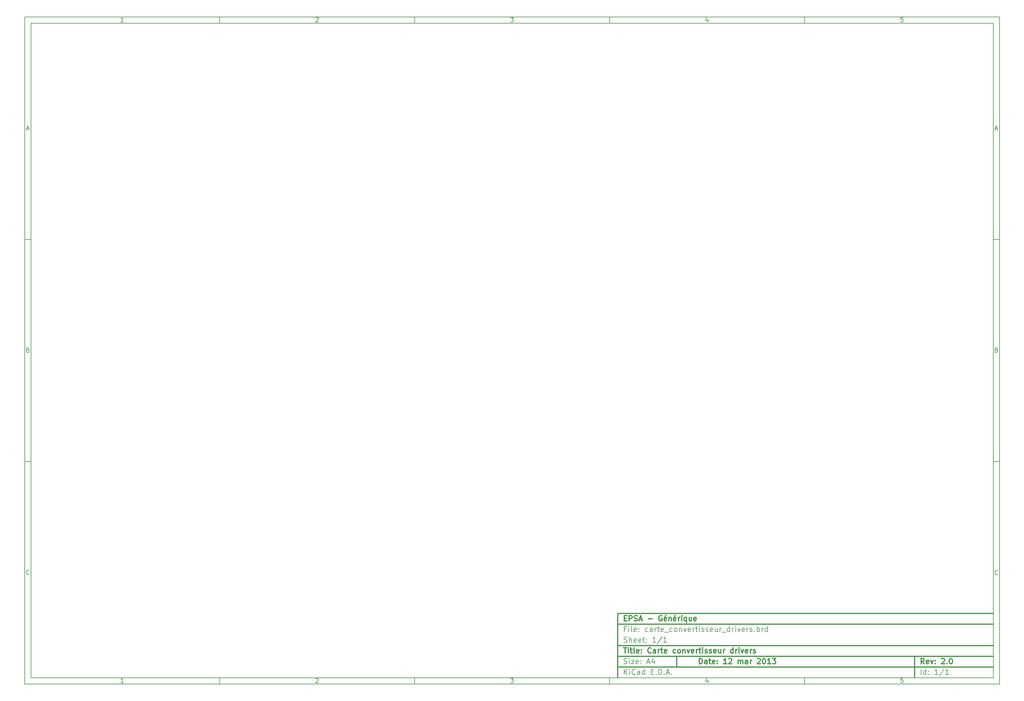
<source format=gbo>
G04 (created by PCBNEW-RS274X (2012-01-19 BZR 3256)-stable) date 12/03/2013 15:27:15*
G01*
G70*
G90*
%MOIN*%
G04 Gerber Fmt 3.4, Leading zero omitted, Abs format*
%FSLAX34Y34*%
G04 APERTURE LIST*
%ADD10C,0.006000*%
%ADD11C,0.012000*%
%ADD12R,0.082000X0.110000*%
%ADD13O,0.082000X0.110000*%
%ADD14C,0.095000*%
%ADD15R,0.095000X0.095000*%
%ADD16R,0.090000X0.090000*%
%ADD17C,0.090000*%
%ADD18C,0.138100*%
G04 APERTURE END LIST*
G54D10*
X04000Y-04000D02*
X113000Y-04000D01*
X113000Y-78670D01*
X04000Y-78670D01*
X04000Y-04000D01*
X04700Y-04700D02*
X112300Y-04700D01*
X112300Y-77970D01*
X04700Y-77970D01*
X04700Y-04700D01*
X25800Y-04000D02*
X25800Y-04700D01*
X15043Y-04552D02*
X14757Y-04552D01*
X14900Y-04552D02*
X14900Y-04052D01*
X14852Y-04124D01*
X14805Y-04171D01*
X14757Y-04195D01*
X25800Y-78670D02*
X25800Y-77970D01*
X15043Y-78522D02*
X14757Y-78522D01*
X14900Y-78522D02*
X14900Y-78022D01*
X14852Y-78094D01*
X14805Y-78141D01*
X14757Y-78165D01*
X47600Y-04000D02*
X47600Y-04700D01*
X36557Y-04100D02*
X36581Y-04076D01*
X36629Y-04052D01*
X36748Y-04052D01*
X36795Y-04076D01*
X36819Y-04100D01*
X36843Y-04148D01*
X36843Y-04195D01*
X36819Y-04267D01*
X36533Y-04552D01*
X36843Y-04552D01*
X47600Y-78670D02*
X47600Y-77970D01*
X36557Y-78070D02*
X36581Y-78046D01*
X36629Y-78022D01*
X36748Y-78022D01*
X36795Y-78046D01*
X36819Y-78070D01*
X36843Y-78118D01*
X36843Y-78165D01*
X36819Y-78237D01*
X36533Y-78522D01*
X36843Y-78522D01*
X69400Y-04000D02*
X69400Y-04700D01*
X58333Y-04052D02*
X58643Y-04052D01*
X58476Y-04243D01*
X58548Y-04243D01*
X58595Y-04267D01*
X58619Y-04290D01*
X58643Y-04338D01*
X58643Y-04457D01*
X58619Y-04505D01*
X58595Y-04529D01*
X58548Y-04552D01*
X58405Y-04552D01*
X58357Y-04529D01*
X58333Y-04505D01*
X69400Y-78670D02*
X69400Y-77970D01*
X58333Y-78022D02*
X58643Y-78022D01*
X58476Y-78213D01*
X58548Y-78213D01*
X58595Y-78237D01*
X58619Y-78260D01*
X58643Y-78308D01*
X58643Y-78427D01*
X58619Y-78475D01*
X58595Y-78499D01*
X58548Y-78522D01*
X58405Y-78522D01*
X58357Y-78499D01*
X58333Y-78475D01*
X91200Y-04000D02*
X91200Y-04700D01*
X80395Y-04219D02*
X80395Y-04552D01*
X80276Y-04029D02*
X80157Y-04386D01*
X80467Y-04386D01*
X91200Y-78670D02*
X91200Y-77970D01*
X80395Y-78189D02*
X80395Y-78522D01*
X80276Y-77999D02*
X80157Y-78356D01*
X80467Y-78356D01*
X102219Y-04052D02*
X101981Y-04052D01*
X101957Y-04290D01*
X101981Y-04267D01*
X102029Y-04243D01*
X102148Y-04243D01*
X102195Y-04267D01*
X102219Y-04290D01*
X102243Y-04338D01*
X102243Y-04457D01*
X102219Y-04505D01*
X102195Y-04529D01*
X102148Y-04552D01*
X102029Y-04552D01*
X101981Y-04529D01*
X101957Y-04505D01*
X102219Y-78022D02*
X101981Y-78022D01*
X101957Y-78260D01*
X101981Y-78237D01*
X102029Y-78213D01*
X102148Y-78213D01*
X102195Y-78237D01*
X102219Y-78260D01*
X102243Y-78308D01*
X102243Y-78427D01*
X102219Y-78475D01*
X102195Y-78499D01*
X102148Y-78522D01*
X102029Y-78522D01*
X101981Y-78499D01*
X101957Y-78475D01*
X04000Y-28890D02*
X04700Y-28890D01*
X04231Y-16510D02*
X04469Y-16510D01*
X04184Y-16652D02*
X04350Y-16152D01*
X04517Y-16652D01*
X113000Y-28890D02*
X112300Y-28890D01*
X112531Y-16510D02*
X112769Y-16510D01*
X112484Y-16652D02*
X112650Y-16152D01*
X112817Y-16652D01*
X04000Y-53780D02*
X04700Y-53780D01*
X04386Y-41280D02*
X04457Y-41304D01*
X04481Y-41328D01*
X04505Y-41376D01*
X04505Y-41447D01*
X04481Y-41495D01*
X04457Y-41519D01*
X04410Y-41542D01*
X04219Y-41542D01*
X04219Y-41042D01*
X04386Y-41042D01*
X04433Y-41066D01*
X04457Y-41090D01*
X04481Y-41138D01*
X04481Y-41185D01*
X04457Y-41233D01*
X04433Y-41257D01*
X04386Y-41280D01*
X04219Y-41280D01*
X113000Y-53780D02*
X112300Y-53780D01*
X112686Y-41280D02*
X112757Y-41304D01*
X112781Y-41328D01*
X112805Y-41376D01*
X112805Y-41447D01*
X112781Y-41495D01*
X112757Y-41519D01*
X112710Y-41542D01*
X112519Y-41542D01*
X112519Y-41042D01*
X112686Y-41042D01*
X112733Y-41066D01*
X112757Y-41090D01*
X112781Y-41138D01*
X112781Y-41185D01*
X112757Y-41233D01*
X112733Y-41257D01*
X112686Y-41280D01*
X112519Y-41280D01*
X04505Y-66385D02*
X04481Y-66409D01*
X04410Y-66432D01*
X04362Y-66432D01*
X04290Y-66409D01*
X04243Y-66361D01*
X04219Y-66313D01*
X04195Y-66218D01*
X04195Y-66147D01*
X04219Y-66051D01*
X04243Y-66004D01*
X04290Y-65956D01*
X04362Y-65932D01*
X04410Y-65932D01*
X04481Y-65956D01*
X04505Y-65980D01*
X112805Y-66385D02*
X112781Y-66409D01*
X112710Y-66432D01*
X112662Y-66432D01*
X112590Y-66409D01*
X112543Y-66361D01*
X112519Y-66313D01*
X112495Y-66218D01*
X112495Y-66147D01*
X112519Y-66051D01*
X112543Y-66004D01*
X112590Y-65956D01*
X112662Y-65932D01*
X112710Y-65932D01*
X112781Y-65956D01*
X112805Y-65980D01*
G54D11*
X79443Y-76413D02*
X79443Y-75813D01*
X79586Y-75813D01*
X79671Y-75841D01*
X79729Y-75899D01*
X79757Y-75956D01*
X79786Y-76070D01*
X79786Y-76156D01*
X79757Y-76270D01*
X79729Y-76327D01*
X79671Y-76384D01*
X79586Y-76413D01*
X79443Y-76413D01*
X80300Y-76413D02*
X80300Y-76099D01*
X80271Y-76041D01*
X80214Y-76013D01*
X80100Y-76013D01*
X80043Y-76041D01*
X80300Y-76384D02*
X80243Y-76413D01*
X80100Y-76413D01*
X80043Y-76384D01*
X80014Y-76327D01*
X80014Y-76270D01*
X80043Y-76213D01*
X80100Y-76184D01*
X80243Y-76184D01*
X80300Y-76156D01*
X80500Y-76013D02*
X80729Y-76013D01*
X80586Y-75813D02*
X80586Y-76327D01*
X80614Y-76384D01*
X80672Y-76413D01*
X80729Y-76413D01*
X81157Y-76384D02*
X81100Y-76413D01*
X80986Y-76413D01*
X80929Y-76384D01*
X80900Y-76327D01*
X80900Y-76099D01*
X80929Y-76041D01*
X80986Y-76013D01*
X81100Y-76013D01*
X81157Y-76041D01*
X81186Y-76099D01*
X81186Y-76156D01*
X80900Y-76213D01*
X81443Y-76356D02*
X81471Y-76384D01*
X81443Y-76413D01*
X81414Y-76384D01*
X81443Y-76356D01*
X81443Y-76413D01*
X81443Y-76041D02*
X81471Y-76070D01*
X81443Y-76099D01*
X81414Y-76070D01*
X81443Y-76041D01*
X81443Y-76099D01*
X82500Y-76413D02*
X82157Y-76413D01*
X82329Y-76413D02*
X82329Y-75813D01*
X82272Y-75899D01*
X82214Y-75956D01*
X82157Y-75984D01*
X82728Y-75870D02*
X82757Y-75841D01*
X82814Y-75813D01*
X82957Y-75813D01*
X83014Y-75841D01*
X83043Y-75870D01*
X83071Y-75927D01*
X83071Y-75984D01*
X83043Y-76070D01*
X82700Y-76413D01*
X83071Y-76413D01*
X83785Y-76413D02*
X83785Y-76013D01*
X83785Y-76070D02*
X83813Y-76041D01*
X83871Y-76013D01*
X83956Y-76013D01*
X84013Y-76041D01*
X84042Y-76099D01*
X84042Y-76413D01*
X84042Y-76099D02*
X84071Y-76041D01*
X84128Y-76013D01*
X84213Y-76013D01*
X84271Y-76041D01*
X84299Y-76099D01*
X84299Y-76413D01*
X84842Y-76413D02*
X84842Y-76099D01*
X84813Y-76041D01*
X84756Y-76013D01*
X84642Y-76013D01*
X84585Y-76041D01*
X84842Y-76384D02*
X84785Y-76413D01*
X84642Y-76413D01*
X84585Y-76384D01*
X84556Y-76327D01*
X84556Y-76270D01*
X84585Y-76213D01*
X84642Y-76184D01*
X84785Y-76184D01*
X84842Y-76156D01*
X85128Y-76413D02*
X85128Y-76013D01*
X85128Y-76127D02*
X85156Y-76070D01*
X85185Y-76041D01*
X85242Y-76013D01*
X85299Y-76013D01*
X85927Y-75870D02*
X85956Y-75841D01*
X86013Y-75813D01*
X86156Y-75813D01*
X86213Y-75841D01*
X86242Y-75870D01*
X86270Y-75927D01*
X86270Y-75984D01*
X86242Y-76070D01*
X85899Y-76413D01*
X86270Y-76413D01*
X86641Y-75813D02*
X86698Y-75813D01*
X86755Y-75841D01*
X86784Y-75870D01*
X86813Y-75927D01*
X86841Y-76041D01*
X86841Y-76184D01*
X86813Y-76299D01*
X86784Y-76356D01*
X86755Y-76384D01*
X86698Y-76413D01*
X86641Y-76413D01*
X86584Y-76384D01*
X86555Y-76356D01*
X86527Y-76299D01*
X86498Y-76184D01*
X86498Y-76041D01*
X86527Y-75927D01*
X86555Y-75870D01*
X86584Y-75841D01*
X86641Y-75813D01*
X87412Y-76413D02*
X87069Y-76413D01*
X87241Y-76413D02*
X87241Y-75813D01*
X87184Y-75899D01*
X87126Y-75956D01*
X87069Y-75984D01*
X87612Y-75813D02*
X87983Y-75813D01*
X87783Y-76041D01*
X87869Y-76041D01*
X87926Y-76070D01*
X87955Y-76099D01*
X87983Y-76156D01*
X87983Y-76299D01*
X87955Y-76356D01*
X87926Y-76384D01*
X87869Y-76413D01*
X87697Y-76413D01*
X87640Y-76384D01*
X87612Y-76356D01*
G54D10*
X71043Y-77613D02*
X71043Y-77013D01*
X71386Y-77613D02*
X71129Y-77270D01*
X71386Y-77013D02*
X71043Y-77356D01*
X71643Y-77613D02*
X71643Y-77213D01*
X71643Y-77013D02*
X71614Y-77041D01*
X71643Y-77070D01*
X71671Y-77041D01*
X71643Y-77013D01*
X71643Y-77070D01*
X72272Y-77556D02*
X72243Y-77584D01*
X72157Y-77613D01*
X72100Y-77613D01*
X72015Y-77584D01*
X71957Y-77527D01*
X71929Y-77470D01*
X71900Y-77356D01*
X71900Y-77270D01*
X71929Y-77156D01*
X71957Y-77099D01*
X72015Y-77041D01*
X72100Y-77013D01*
X72157Y-77013D01*
X72243Y-77041D01*
X72272Y-77070D01*
X72786Y-77613D02*
X72786Y-77299D01*
X72757Y-77241D01*
X72700Y-77213D01*
X72586Y-77213D01*
X72529Y-77241D01*
X72786Y-77584D02*
X72729Y-77613D01*
X72586Y-77613D01*
X72529Y-77584D01*
X72500Y-77527D01*
X72500Y-77470D01*
X72529Y-77413D01*
X72586Y-77384D01*
X72729Y-77384D01*
X72786Y-77356D01*
X73329Y-77613D02*
X73329Y-77013D01*
X73329Y-77584D02*
X73272Y-77613D01*
X73158Y-77613D01*
X73100Y-77584D01*
X73072Y-77556D01*
X73043Y-77499D01*
X73043Y-77327D01*
X73072Y-77270D01*
X73100Y-77241D01*
X73158Y-77213D01*
X73272Y-77213D01*
X73329Y-77241D01*
X74072Y-77299D02*
X74272Y-77299D01*
X74358Y-77613D02*
X74072Y-77613D01*
X74072Y-77013D01*
X74358Y-77013D01*
X74615Y-77556D02*
X74643Y-77584D01*
X74615Y-77613D01*
X74586Y-77584D01*
X74615Y-77556D01*
X74615Y-77613D01*
X74901Y-77613D02*
X74901Y-77013D01*
X75044Y-77013D01*
X75129Y-77041D01*
X75187Y-77099D01*
X75215Y-77156D01*
X75244Y-77270D01*
X75244Y-77356D01*
X75215Y-77470D01*
X75187Y-77527D01*
X75129Y-77584D01*
X75044Y-77613D01*
X74901Y-77613D01*
X75501Y-77556D02*
X75529Y-77584D01*
X75501Y-77613D01*
X75472Y-77584D01*
X75501Y-77556D01*
X75501Y-77613D01*
X75758Y-77441D02*
X76044Y-77441D01*
X75701Y-77613D02*
X75901Y-77013D01*
X76101Y-77613D01*
X76301Y-77556D02*
X76329Y-77584D01*
X76301Y-77613D01*
X76272Y-77584D01*
X76301Y-77556D01*
X76301Y-77613D01*
G54D11*
X104586Y-76413D02*
X104386Y-76127D01*
X104243Y-76413D02*
X104243Y-75813D01*
X104471Y-75813D01*
X104529Y-75841D01*
X104557Y-75870D01*
X104586Y-75927D01*
X104586Y-76013D01*
X104557Y-76070D01*
X104529Y-76099D01*
X104471Y-76127D01*
X104243Y-76127D01*
X105071Y-76384D02*
X105014Y-76413D01*
X104900Y-76413D01*
X104843Y-76384D01*
X104814Y-76327D01*
X104814Y-76099D01*
X104843Y-76041D01*
X104900Y-76013D01*
X105014Y-76013D01*
X105071Y-76041D01*
X105100Y-76099D01*
X105100Y-76156D01*
X104814Y-76213D01*
X105300Y-76013D02*
X105443Y-76413D01*
X105585Y-76013D01*
X105814Y-76356D02*
X105842Y-76384D01*
X105814Y-76413D01*
X105785Y-76384D01*
X105814Y-76356D01*
X105814Y-76413D01*
X105814Y-76041D02*
X105842Y-76070D01*
X105814Y-76099D01*
X105785Y-76070D01*
X105814Y-76041D01*
X105814Y-76099D01*
X106528Y-75870D02*
X106557Y-75841D01*
X106614Y-75813D01*
X106757Y-75813D01*
X106814Y-75841D01*
X106843Y-75870D01*
X106871Y-75927D01*
X106871Y-75984D01*
X106843Y-76070D01*
X106500Y-76413D01*
X106871Y-76413D01*
X107128Y-76356D02*
X107156Y-76384D01*
X107128Y-76413D01*
X107099Y-76384D01*
X107128Y-76356D01*
X107128Y-76413D01*
X107528Y-75813D02*
X107585Y-75813D01*
X107642Y-75841D01*
X107671Y-75870D01*
X107700Y-75927D01*
X107728Y-76041D01*
X107728Y-76184D01*
X107700Y-76299D01*
X107671Y-76356D01*
X107642Y-76384D01*
X107585Y-76413D01*
X107528Y-76413D01*
X107471Y-76384D01*
X107442Y-76356D01*
X107414Y-76299D01*
X107385Y-76184D01*
X107385Y-76041D01*
X107414Y-75927D01*
X107442Y-75870D01*
X107471Y-75841D01*
X107528Y-75813D01*
G54D10*
X71014Y-76384D02*
X71100Y-76413D01*
X71243Y-76413D01*
X71300Y-76384D01*
X71329Y-76356D01*
X71357Y-76299D01*
X71357Y-76241D01*
X71329Y-76184D01*
X71300Y-76156D01*
X71243Y-76127D01*
X71129Y-76099D01*
X71071Y-76070D01*
X71043Y-76041D01*
X71014Y-75984D01*
X71014Y-75927D01*
X71043Y-75870D01*
X71071Y-75841D01*
X71129Y-75813D01*
X71271Y-75813D01*
X71357Y-75841D01*
X71614Y-76413D02*
X71614Y-76013D01*
X71614Y-75813D02*
X71585Y-75841D01*
X71614Y-75870D01*
X71642Y-75841D01*
X71614Y-75813D01*
X71614Y-75870D01*
X71843Y-76013D02*
X72157Y-76013D01*
X71843Y-76413D01*
X72157Y-76413D01*
X72614Y-76384D02*
X72557Y-76413D01*
X72443Y-76413D01*
X72386Y-76384D01*
X72357Y-76327D01*
X72357Y-76099D01*
X72386Y-76041D01*
X72443Y-76013D01*
X72557Y-76013D01*
X72614Y-76041D01*
X72643Y-76099D01*
X72643Y-76156D01*
X72357Y-76213D01*
X72900Y-76356D02*
X72928Y-76384D01*
X72900Y-76413D01*
X72871Y-76384D01*
X72900Y-76356D01*
X72900Y-76413D01*
X72900Y-76041D02*
X72928Y-76070D01*
X72900Y-76099D01*
X72871Y-76070D01*
X72900Y-76041D01*
X72900Y-76099D01*
X73614Y-76241D02*
X73900Y-76241D01*
X73557Y-76413D02*
X73757Y-75813D01*
X73957Y-76413D01*
X74414Y-76013D02*
X74414Y-76413D01*
X74271Y-75784D02*
X74128Y-76213D01*
X74500Y-76213D01*
X104243Y-77613D02*
X104243Y-77013D01*
X104786Y-77613D02*
X104786Y-77013D01*
X104786Y-77584D02*
X104729Y-77613D01*
X104615Y-77613D01*
X104557Y-77584D01*
X104529Y-77556D01*
X104500Y-77499D01*
X104500Y-77327D01*
X104529Y-77270D01*
X104557Y-77241D01*
X104615Y-77213D01*
X104729Y-77213D01*
X104786Y-77241D01*
X105072Y-77556D02*
X105100Y-77584D01*
X105072Y-77613D01*
X105043Y-77584D01*
X105072Y-77556D01*
X105072Y-77613D01*
X105072Y-77241D02*
X105100Y-77270D01*
X105072Y-77299D01*
X105043Y-77270D01*
X105072Y-77241D01*
X105072Y-77299D01*
X106129Y-77613D02*
X105786Y-77613D01*
X105958Y-77613D02*
X105958Y-77013D01*
X105901Y-77099D01*
X105843Y-77156D01*
X105786Y-77184D01*
X106814Y-76984D02*
X106300Y-77756D01*
X107329Y-77613D02*
X106986Y-77613D01*
X107158Y-77613D02*
X107158Y-77013D01*
X107101Y-77099D01*
X107043Y-77156D01*
X106986Y-77184D01*
G54D11*
X70957Y-74613D02*
X71300Y-74613D01*
X71129Y-75213D02*
X71129Y-74613D01*
X71500Y-75213D02*
X71500Y-74813D01*
X71500Y-74613D02*
X71471Y-74641D01*
X71500Y-74670D01*
X71528Y-74641D01*
X71500Y-74613D01*
X71500Y-74670D01*
X71700Y-74813D02*
X71929Y-74813D01*
X71786Y-74613D02*
X71786Y-75127D01*
X71814Y-75184D01*
X71872Y-75213D01*
X71929Y-75213D01*
X72215Y-75213D02*
X72157Y-75184D01*
X72129Y-75127D01*
X72129Y-74613D01*
X72671Y-75184D02*
X72614Y-75213D01*
X72500Y-75213D01*
X72443Y-75184D01*
X72414Y-75127D01*
X72414Y-74899D01*
X72443Y-74841D01*
X72500Y-74813D01*
X72614Y-74813D01*
X72671Y-74841D01*
X72700Y-74899D01*
X72700Y-74956D01*
X72414Y-75013D01*
X72957Y-75156D02*
X72985Y-75184D01*
X72957Y-75213D01*
X72928Y-75184D01*
X72957Y-75156D01*
X72957Y-75213D01*
X72957Y-74841D02*
X72985Y-74870D01*
X72957Y-74899D01*
X72928Y-74870D01*
X72957Y-74841D01*
X72957Y-74899D01*
X74043Y-75156D02*
X74014Y-75184D01*
X73928Y-75213D01*
X73871Y-75213D01*
X73786Y-75184D01*
X73728Y-75127D01*
X73700Y-75070D01*
X73671Y-74956D01*
X73671Y-74870D01*
X73700Y-74756D01*
X73728Y-74699D01*
X73786Y-74641D01*
X73871Y-74613D01*
X73928Y-74613D01*
X74014Y-74641D01*
X74043Y-74670D01*
X74557Y-75213D02*
X74557Y-74899D01*
X74528Y-74841D01*
X74471Y-74813D01*
X74357Y-74813D01*
X74300Y-74841D01*
X74557Y-75184D02*
X74500Y-75213D01*
X74357Y-75213D01*
X74300Y-75184D01*
X74271Y-75127D01*
X74271Y-75070D01*
X74300Y-75013D01*
X74357Y-74984D01*
X74500Y-74984D01*
X74557Y-74956D01*
X74843Y-75213D02*
X74843Y-74813D01*
X74843Y-74927D02*
X74871Y-74870D01*
X74900Y-74841D01*
X74957Y-74813D01*
X75014Y-74813D01*
X75128Y-74813D02*
X75357Y-74813D01*
X75214Y-74613D02*
X75214Y-75127D01*
X75242Y-75184D01*
X75300Y-75213D01*
X75357Y-75213D01*
X75785Y-75184D02*
X75728Y-75213D01*
X75614Y-75213D01*
X75557Y-75184D01*
X75528Y-75127D01*
X75528Y-74899D01*
X75557Y-74841D01*
X75614Y-74813D01*
X75728Y-74813D01*
X75785Y-74841D01*
X75814Y-74899D01*
X75814Y-74956D01*
X75528Y-75013D01*
X76785Y-75184D02*
X76728Y-75213D01*
X76614Y-75213D01*
X76556Y-75184D01*
X76528Y-75156D01*
X76499Y-75099D01*
X76499Y-74927D01*
X76528Y-74870D01*
X76556Y-74841D01*
X76614Y-74813D01*
X76728Y-74813D01*
X76785Y-74841D01*
X77128Y-75213D02*
X77070Y-75184D01*
X77042Y-75156D01*
X77013Y-75099D01*
X77013Y-74927D01*
X77042Y-74870D01*
X77070Y-74841D01*
X77128Y-74813D01*
X77213Y-74813D01*
X77270Y-74841D01*
X77299Y-74870D01*
X77328Y-74927D01*
X77328Y-75099D01*
X77299Y-75156D01*
X77270Y-75184D01*
X77213Y-75213D01*
X77128Y-75213D01*
X77585Y-74813D02*
X77585Y-75213D01*
X77585Y-74870D02*
X77613Y-74841D01*
X77671Y-74813D01*
X77756Y-74813D01*
X77813Y-74841D01*
X77842Y-74899D01*
X77842Y-75213D01*
X78071Y-74813D02*
X78214Y-75213D01*
X78356Y-74813D01*
X78813Y-75184D02*
X78756Y-75213D01*
X78642Y-75213D01*
X78585Y-75184D01*
X78556Y-75127D01*
X78556Y-74899D01*
X78585Y-74841D01*
X78642Y-74813D01*
X78756Y-74813D01*
X78813Y-74841D01*
X78842Y-74899D01*
X78842Y-74956D01*
X78556Y-75013D01*
X79099Y-75213D02*
X79099Y-74813D01*
X79099Y-74927D02*
X79127Y-74870D01*
X79156Y-74841D01*
X79213Y-74813D01*
X79270Y-74813D01*
X79384Y-74813D02*
X79613Y-74813D01*
X79470Y-74613D02*
X79470Y-75127D01*
X79498Y-75184D01*
X79556Y-75213D01*
X79613Y-75213D01*
X79813Y-75213D02*
X79813Y-74813D01*
X79813Y-74613D02*
X79784Y-74641D01*
X79813Y-74670D01*
X79841Y-74641D01*
X79813Y-74613D01*
X79813Y-74670D01*
X80070Y-75184D02*
X80127Y-75213D01*
X80242Y-75213D01*
X80299Y-75184D01*
X80327Y-75127D01*
X80327Y-75099D01*
X80299Y-75041D01*
X80242Y-75013D01*
X80156Y-75013D01*
X80099Y-74984D01*
X80070Y-74927D01*
X80070Y-74899D01*
X80099Y-74841D01*
X80156Y-74813D01*
X80242Y-74813D01*
X80299Y-74841D01*
X80556Y-75184D02*
X80613Y-75213D01*
X80728Y-75213D01*
X80785Y-75184D01*
X80813Y-75127D01*
X80813Y-75099D01*
X80785Y-75041D01*
X80728Y-75013D01*
X80642Y-75013D01*
X80585Y-74984D01*
X80556Y-74927D01*
X80556Y-74899D01*
X80585Y-74841D01*
X80642Y-74813D01*
X80728Y-74813D01*
X80785Y-74841D01*
X81299Y-75184D02*
X81242Y-75213D01*
X81128Y-75213D01*
X81071Y-75184D01*
X81042Y-75127D01*
X81042Y-74899D01*
X81071Y-74841D01*
X81128Y-74813D01*
X81242Y-74813D01*
X81299Y-74841D01*
X81328Y-74899D01*
X81328Y-74956D01*
X81042Y-75013D01*
X81842Y-74813D02*
X81842Y-75213D01*
X81585Y-74813D02*
X81585Y-75127D01*
X81613Y-75184D01*
X81671Y-75213D01*
X81756Y-75213D01*
X81813Y-75184D01*
X81842Y-75156D01*
X82128Y-75213D02*
X82128Y-74813D01*
X82128Y-74927D02*
X82156Y-74870D01*
X82185Y-74841D01*
X82242Y-74813D01*
X82299Y-74813D01*
X83213Y-75213D02*
X83213Y-74613D01*
X83213Y-75184D02*
X83156Y-75213D01*
X83042Y-75213D01*
X82984Y-75184D01*
X82956Y-75156D01*
X82927Y-75099D01*
X82927Y-74927D01*
X82956Y-74870D01*
X82984Y-74841D01*
X83042Y-74813D01*
X83156Y-74813D01*
X83213Y-74841D01*
X83499Y-75213D02*
X83499Y-74813D01*
X83499Y-74927D02*
X83527Y-74870D01*
X83556Y-74841D01*
X83613Y-74813D01*
X83670Y-74813D01*
X83870Y-75213D02*
X83870Y-74813D01*
X83870Y-74613D02*
X83841Y-74641D01*
X83870Y-74670D01*
X83898Y-74641D01*
X83870Y-74613D01*
X83870Y-74670D01*
X84099Y-74813D02*
X84242Y-75213D01*
X84384Y-74813D01*
X84841Y-75184D02*
X84784Y-75213D01*
X84670Y-75213D01*
X84613Y-75184D01*
X84584Y-75127D01*
X84584Y-74899D01*
X84613Y-74841D01*
X84670Y-74813D01*
X84784Y-74813D01*
X84841Y-74841D01*
X84870Y-74899D01*
X84870Y-74956D01*
X84584Y-75013D01*
X85127Y-75213D02*
X85127Y-74813D01*
X85127Y-74927D02*
X85155Y-74870D01*
X85184Y-74841D01*
X85241Y-74813D01*
X85298Y-74813D01*
X85469Y-75184D02*
X85526Y-75213D01*
X85641Y-75213D01*
X85698Y-75184D01*
X85726Y-75127D01*
X85726Y-75099D01*
X85698Y-75041D01*
X85641Y-75013D01*
X85555Y-75013D01*
X85498Y-74984D01*
X85469Y-74927D01*
X85469Y-74899D01*
X85498Y-74841D01*
X85555Y-74813D01*
X85641Y-74813D01*
X85698Y-74841D01*
G54D10*
X71243Y-72499D02*
X71043Y-72499D01*
X71043Y-72813D02*
X71043Y-72213D01*
X71329Y-72213D01*
X71557Y-72813D02*
X71557Y-72413D01*
X71557Y-72213D02*
X71528Y-72241D01*
X71557Y-72270D01*
X71585Y-72241D01*
X71557Y-72213D01*
X71557Y-72270D01*
X71929Y-72813D02*
X71871Y-72784D01*
X71843Y-72727D01*
X71843Y-72213D01*
X72385Y-72784D02*
X72328Y-72813D01*
X72214Y-72813D01*
X72157Y-72784D01*
X72128Y-72727D01*
X72128Y-72499D01*
X72157Y-72441D01*
X72214Y-72413D01*
X72328Y-72413D01*
X72385Y-72441D01*
X72414Y-72499D01*
X72414Y-72556D01*
X72128Y-72613D01*
X72671Y-72756D02*
X72699Y-72784D01*
X72671Y-72813D01*
X72642Y-72784D01*
X72671Y-72756D01*
X72671Y-72813D01*
X72671Y-72441D02*
X72699Y-72470D01*
X72671Y-72499D01*
X72642Y-72470D01*
X72671Y-72441D01*
X72671Y-72499D01*
X73671Y-72784D02*
X73614Y-72813D01*
X73500Y-72813D01*
X73442Y-72784D01*
X73414Y-72756D01*
X73385Y-72699D01*
X73385Y-72527D01*
X73414Y-72470D01*
X73442Y-72441D01*
X73500Y-72413D01*
X73614Y-72413D01*
X73671Y-72441D01*
X74185Y-72813D02*
X74185Y-72499D01*
X74156Y-72441D01*
X74099Y-72413D01*
X73985Y-72413D01*
X73928Y-72441D01*
X74185Y-72784D02*
X74128Y-72813D01*
X73985Y-72813D01*
X73928Y-72784D01*
X73899Y-72727D01*
X73899Y-72670D01*
X73928Y-72613D01*
X73985Y-72584D01*
X74128Y-72584D01*
X74185Y-72556D01*
X74471Y-72813D02*
X74471Y-72413D01*
X74471Y-72527D02*
X74499Y-72470D01*
X74528Y-72441D01*
X74585Y-72413D01*
X74642Y-72413D01*
X74756Y-72413D02*
X74985Y-72413D01*
X74842Y-72213D02*
X74842Y-72727D01*
X74870Y-72784D01*
X74928Y-72813D01*
X74985Y-72813D01*
X75413Y-72784D02*
X75356Y-72813D01*
X75242Y-72813D01*
X75185Y-72784D01*
X75156Y-72727D01*
X75156Y-72499D01*
X75185Y-72441D01*
X75242Y-72413D01*
X75356Y-72413D01*
X75413Y-72441D01*
X75442Y-72499D01*
X75442Y-72556D01*
X75156Y-72613D01*
X75556Y-72870D02*
X76013Y-72870D01*
X76413Y-72784D02*
X76356Y-72813D01*
X76242Y-72813D01*
X76184Y-72784D01*
X76156Y-72756D01*
X76127Y-72699D01*
X76127Y-72527D01*
X76156Y-72470D01*
X76184Y-72441D01*
X76242Y-72413D01*
X76356Y-72413D01*
X76413Y-72441D01*
X76756Y-72813D02*
X76698Y-72784D01*
X76670Y-72756D01*
X76641Y-72699D01*
X76641Y-72527D01*
X76670Y-72470D01*
X76698Y-72441D01*
X76756Y-72413D01*
X76841Y-72413D01*
X76898Y-72441D01*
X76927Y-72470D01*
X76956Y-72527D01*
X76956Y-72699D01*
X76927Y-72756D01*
X76898Y-72784D01*
X76841Y-72813D01*
X76756Y-72813D01*
X77213Y-72413D02*
X77213Y-72813D01*
X77213Y-72470D02*
X77241Y-72441D01*
X77299Y-72413D01*
X77384Y-72413D01*
X77441Y-72441D01*
X77470Y-72499D01*
X77470Y-72813D01*
X77699Y-72413D02*
X77842Y-72813D01*
X77984Y-72413D01*
X78441Y-72784D02*
X78384Y-72813D01*
X78270Y-72813D01*
X78213Y-72784D01*
X78184Y-72727D01*
X78184Y-72499D01*
X78213Y-72441D01*
X78270Y-72413D01*
X78384Y-72413D01*
X78441Y-72441D01*
X78470Y-72499D01*
X78470Y-72556D01*
X78184Y-72613D01*
X78727Y-72813D02*
X78727Y-72413D01*
X78727Y-72527D02*
X78755Y-72470D01*
X78784Y-72441D01*
X78841Y-72413D01*
X78898Y-72413D01*
X79012Y-72413D02*
X79241Y-72413D01*
X79098Y-72213D02*
X79098Y-72727D01*
X79126Y-72784D01*
X79184Y-72813D01*
X79241Y-72813D01*
X79441Y-72813D02*
X79441Y-72413D01*
X79441Y-72213D02*
X79412Y-72241D01*
X79441Y-72270D01*
X79469Y-72241D01*
X79441Y-72213D01*
X79441Y-72270D01*
X79698Y-72784D02*
X79755Y-72813D01*
X79870Y-72813D01*
X79927Y-72784D01*
X79955Y-72727D01*
X79955Y-72699D01*
X79927Y-72641D01*
X79870Y-72613D01*
X79784Y-72613D01*
X79727Y-72584D01*
X79698Y-72527D01*
X79698Y-72499D01*
X79727Y-72441D01*
X79784Y-72413D01*
X79870Y-72413D01*
X79927Y-72441D01*
X80184Y-72784D02*
X80241Y-72813D01*
X80356Y-72813D01*
X80413Y-72784D01*
X80441Y-72727D01*
X80441Y-72699D01*
X80413Y-72641D01*
X80356Y-72613D01*
X80270Y-72613D01*
X80213Y-72584D01*
X80184Y-72527D01*
X80184Y-72499D01*
X80213Y-72441D01*
X80270Y-72413D01*
X80356Y-72413D01*
X80413Y-72441D01*
X80927Y-72784D02*
X80870Y-72813D01*
X80756Y-72813D01*
X80699Y-72784D01*
X80670Y-72727D01*
X80670Y-72499D01*
X80699Y-72441D01*
X80756Y-72413D01*
X80870Y-72413D01*
X80927Y-72441D01*
X80956Y-72499D01*
X80956Y-72556D01*
X80670Y-72613D01*
X81470Y-72413D02*
X81470Y-72813D01*
X81213Y-72413D02*
X81213Y-72727D01*
X81241Y-72784D01*
X81299Y-72813D01*
X81384Y-72813D01*
X81441Y-72784D01*
X81470Y-72756D01*
X81756Y-72813D02*
X81756Y-72413D01*
X81756Y-72527D02*
X81784Y-72470D01*
X81813Y-72441D01*
X81870Y-72413D01*
X81927Y-72413D01*
X81984Y-72870D02*
X82441Y-72870D01*
X82841Y-72813D02*
X82841Y-72213D01*
X82841Y-72784D02*
X82784Y-72813D01*
X82670Y-72813D01*
X82612Y-72784D01*
X82584Y-72756D01*
X82555Y-72699D01*
X82555Y-72527D01*
X82584Y-72470D01*
X82612Y-72441D01*
X82670Y-72413D01*
X82784Y-72413D01*
X82841Y-72441D01*
X83127Y-72813D02*
X83127Y-72413D01*
X83127Y-72527D02*
X83155Y-72470D01*
X83184Y-72441D01*
X83241Y-72413D01*
X83298Y-72413D01*
X83498Y-72813D02*
X83498Y-72413D01*
X83498Y-72213D02*
X83469Y-72241D01*
X83498Y-72270D01*
X83526Y-72241D01*
X83498Y-72213D01*
X83498Y-72270D01*
X83727Y-72413D02*
X83870Y-72813D01*
X84012Y-72413D01*
X84469Y-72784D02*
X84412Y-72813D01*
X84298Y-72813D01*
X84241Y-72784D01*
X84212Y-72727D01*
X84212Y-72499D01*
X84241Y-72441D01*
X84298Y-72413D01*
X84412Y-72413D01*
X84469Y-72441D01*
X84498Y-72499D01*
X84498Y-72556D01*
X84212Y-72613D01*
X84755Y-72813D02*
X84755Y-72413D01*
X84755Y-72527D02*
X84783Y-72470D01*
X84812Y-72441D01*
X84869Y-72413D01*
X84926Y-72413D01*
X85097Y-72784D02*
X85154Y-72813D01*
X85269Y-72813D01*
X85326Y-72784D01*
X85354Y-72727D01*
X85354Y-72699D01*
X85326Y-72641D01*
X85269Y-72613D01*
X85183Y-72613D01*
X85126Y-72584D01*
X85097Y-72527D01*
X85097Y-72499D01*
X85126Y-72441D01*
X85183Y-72413D01*
X85269Y-72413D01*
X85326Y-72441D01*
X85612Y-72756D02*
X85640Y-72784D01*
X85612Y-72813D01*
X85583Y-72784D01*
X85612Y-72756D01*
X85612Y-72813D01*
X85898Y-72813D02*
X85898Y-72213D01*
X85898Y-72441D02*
X85955Y-72413D01*
X86069Y-72413D01*
X86126Y-72441D01*
X86155Y-72470D01*
X86184Y-72527D01*
X86184Y-72699D01*
X86155Y-72756D01*
X86126Y-72784D01*
X86069Y-72813D01*
X85955Y-72813D01*
X85898Y-72784D01*
X86441Y-72813D02*
X86441Y-72413D01*
X86441Y-72527D02*
X86469Y-72470D01*
X86498Y-72441D01*
X86555Y-72413D01*
X86612Y-72413D01*
X87069Y-72813D02*
X87069Y-72213D01*
X87069Y-72784D02*
X87012Y-72813D01*
X86898Y-72813D01*
X86840Y-72784D01*
X86812Y-72756D01*
X86783Y-72699D01*
X86783Y-72527D01*
X86812Y-72470D01*
X86840Y-72441D01*
X86898Y-72413D01*
X87012Y-72413D01*
X87069Y-72441D01*
X71014Y-73984D02*
X71100Y-74013D01*
X71243Y-74013D01*
X71300Y-73984D01*
X71329Y-73956D01*
X71357Y-73899D01*
X71357Y-73841D01*
X71329Y-73784D01*
X71300Y-73756D01*
X71243Y-73727D01*
X71129Y-73699D01*
X71071Y-73670D01*
X71043Y-73641D01*
X71014Y-73584D01*
X71014Y-73527D01*
X71043Y-73470D01*
X71071Y-73441D01*
X71129Y-73413D01*
X71271Y-73413D01*
X71357Y-73441D01*
X71614Y-74013D02*
X71614Y-73413D01*
X71871Y-74013D02*
X71871Y-73699D01*
X71842Y-73641D01*
X71785Y-73613D01*
X71700Y-73613D01*
X71642Y-73641D01*
X71614Y-73670D01*
X72385Y-73984D02*
X72328Y-74013D01*
X72214Y-74013D01*
X72157Y-73984D01*
X72128Y-73927D01*
X72128Y-73699D01*
X72157Y-73641D01*
X72214Y-73613D01*
X72328Y-73613D01*
X72385Y-73641D01*
X72414Y-73699D01*
X72414Y-73756D01*
X72128Y-73813D01*
X72899Y-73984D02*
X72842Y-74013D01*
X72728Y-74013D01*
X72671Y-73984D01*
X72642Y-73927D01*
X72642Y-73699D01*
X72671Y-73641D01*
X72728Y-73613D01*
X72842Y-73613D01*
X72899Y-73641D01*
X72928Y-73699D01*
X72928Y-73756D01*
X72642Y-73813D01*
X73099Y-73613D02*
X73328Y-73613D01*
X73185Y-73413D02*
X73185Y-73927D01*
X73213Y-73984D01*
X73271Y-74013D01*
X73328Y-74013D01*
X73528Y-73956D02*
X73556Y-73984D01*
X73528Y-74013D01*
X73499Y-73984D01*
X73528Y-73956D01*
X73528Y-74013D01*
X73528Y-73641D02*
X73556Y-73670D01*
X73528Y-73699D01*
X73499Y-73670D01*
X73528Y-73641D01*
X73528Y-73699D01*
X74585Y-74013D02*
X74242Y-74013D01*
X74414Y-74013D02*
X74414Y-73413D01*
X74357Y-73499D01*
X74299Y-73556D01*
X74242Y-73584D01*
X75270Y-73384D02*
X74756Y-74156D01*
X75785Y-74013D02*
X75442Y-74013D01*
X75614Y-74013D02*
X75614Y-73413D01*
X75557Y-73499D01*
X75499Y-73556D01*
X75442Y-73584D01*
G54D11*
X71043Y-71299D02*
X71243Y-71299D01*
X71329Y-71613D02*
X71043Y-71613D01*
X71043Y-71013D01*
X71329Y-71013D01*
X71586Y-71613D02*
X71586Y-71013D01*
X71814Y-71013D01*
X71872Y-71041D01*
X71900Y-71070D01*
X71929Y-71127D01*
X71929Y-71213D01*
X71900Y-71270D01*
X71872Y-71299D01*
X71814Y-71327D01*
X71586Y-71327D01*
X72157Y-71584D02*
X72243Y-71613D01*
X72386Y-71613D01*
X72443Y-71584D01*
X72472Y-71556D01*
X72500Y-71499D01*
X72500Y-71441D01*
X72472Y-71384D01*
X72443Y-71356D01*
X72386Y-71327D01*
X72272Y-71299D01*
X72214Y-71270D01*
X72186Y-71241D01*
X72157Y-71184D01*
X72157Y-71127D01*
X72186Y-71070D01*
X72214Y-71041D01*
X72272Y-71013D01*
X72414Y-71013D01*
X72500Y-71041D01*
X72728Y-71441D02*
X73014Y-71441D01*
X72671Y-71613D02*
X72871Y-71013D01*
X73071Y-71613D01*
X73728Y-71384D02*
X74185Y-71384D01*
X75242Y-71041D02*
X75185Y-71013D01*
X75099Y-71013D01*
X75014Y-71041D01*
X74956Y-71099D01*
X74928Y-71156D01*
X74899Y-71270D01*
X74899Y-71356D01*
X74928Y-71470D01*
X74956Y-71527D01*
X75014Y-71584D01*
X75099Y-71613D01*
X75156Y-71613D01*
X75242Y-71584D01*
X75271Y-71556D01*
X75271Y-71356D01*
X75156Y-71356D01*
X75756Y-71584D02*
X75699Y-71613D01*
X75585Y-71613D01*
X75528Y-71584D01*
X75499Y-71527D01*
X75499Y-71299D01*
X75528Y-71241D01*
X75585Y-71213D01*
X75699Y-71213D01*
X75756Y-71241D01*
X75785Y-71299D01*
X75785Y-71356D01*
X75499Y-71413D01*
X75699Y-70984D02*
X75614Y-71070D01*
X76042Y-71213D02*
X76042Y-71613D01*
X76042Y-71270D02*
X76070Y-71241D01*
X76128Y-71213D01*
X76213Y-71213D01*
X76270Y-71241D01*
X76299Y-71299D01*
X76299Y-71613D01*
X76813Y-71584D02*
X76756Y-71613D01*
X76642Y-71613D01*
X76585Y-71584D01*
X76556Y-71527D01*
X76556Y-71299D01*
X76585Y-71241D01*
X76642Y-71213D01*
X76756Y-71213D01*
X76813Y-71241D01*
X76842Y-71299D01*
X76842Y-71356D01*
X76556Y-71413D01*
X76756Y-70984D02*
X76671Y-71070D01*
X77099Y-71613D02*
X77099Y-71213D01*
X77099Y-71327D02*
X77127Y-71270D01*
X77156Y-71241D01*
X77213Y-71213D01*
X77270Y-71213D01*
X77470Y-71613D02*
X77470Y-71213D01*
X77470Y-71013D02*
X77441Y-71041D01*
X77470Y-71070D01*
X77498Y-71041D01*
X77470Y-71013D01*
X77470Y-71070D01*
X78013Y-71213D02*
X78013Y-71813D01*
X78013Y-71584D02*
X77956Y-71613D01*
X77842Y-71613D01*
X77784Y-71584D01*
X77756Y-71556D01*
X77727Y-71499D01*
X77727Y-71327D01*
X77756Y-71270D01*
X77784Y-71241D01*
X77842Y-71213D01*
X77956Y-71213D01*
X78013Y-71241D01*
X78556Y-71213D02*
X78556Y-71613D01*
X78299Y-71213D02*
X78299Y-71527D01*
X78327Y-71584D01*
X78385Y-71613D01*
X78470Y-71613D01*
X78527Y-71584D01*
X78556Y-71556D01*
X79070Y-71584D02*
X79013Y-71613D01*
X78899Y-71613D01*
X78842Y-71584D01*
X78813Y-71527D01*
X78813Y-71299D01*
X78842Y-71241D01*
X78899Y-71213D01*
X79013Y-71213D01*
X79070Y-71241D01*
X79099Y-71299D01*
X79099Y-71356D01*
X78813Y-71413D01*
X70300Y-70770D02*
X70300Y-77970D01*
X70300Y-71970D02*
X112300Y-71970D01*
X70300Y-70770D02*
X112300Y-70770D01*
X70300Y-74370D02*
X112300Y-74370D01*
X103500Y-75570D02*
X103500Y-77970D01*
X70300Y-76770D02*
X112300Y-76770D01*
X70300Y-75570D02*
X112300Y-75570D01*
X76900Y-75570D02*
X76900Y-76770D01*
%LPC*%
G54D12*
X37250Y-28000D03*
G54D13*
X36250Y-28000D03*
X35250Y-28000D03*
X34250Y-28000D03*
X34250Y-31000D03*
X35250Y-31000D03*
X36250Y-31000D03*
X37250Y-31000D03*
G54D14*
X38000Y-51000D03*
X38000Y-49000D03*
G54D15*
X66250Y-34250D03*
G54D14*
X67250Y-34250D03*
X66250Y-35250D03*
X67250Y-35250D03*
X66250Y-36250D03*
X67250Y-36250D03*
X66250Y-37250D03*
X67250Y-37250D03*
X66250Y-38250D03*
X67250Y-38250D03*
X66250Y-39250D03*
X67250Y-39250D03*
X66250Y-40250D03*
X67250Y-40250D03*
G54D15*
X49500Y-48500D03*
G54D14*
X49500Y-49500D03*
G54D15*
X31000Y-46500D03*
G54D14*
X30000Y-46500D03*
X33000Y-29250D03*
X30000Y-29250D03*
X33000Y-28000D03*
X30000Y-28000D03*
X47750Y-47500D03*
X47750Y-50500D03*
X26500Y-37500D03*
X26500Y-40500D03*
X33000Y-44500D03*
X30000Y-44500D03*
X63750Y-38750D03*
X63750Y-35750D03*
X38500Y-44500D03*
X38500Y-42500D03*
X33000Y-36250D03*
X30000Y-36250D03*
X33000Y-35000D03*
X30000Y-35000D03*
G54D15*
X43250Y-48500D03*
G54D14*
X44250Y-48500D03*
G54D12*
X37250Y-42000D03*
G54D13*
X36250Y-42000D03*
X35250Y-42000D03*
X34250Y-42000D03*
X34250Y-45000D03*
X35250Y-45000D03*
X36250Y-45000D03*
X37250Y-45000D03*
G54D15*
X58000Y-27250D03*
G54D14*
X58000Y-26250D03*
G54D15*
X40000Y-30000D03*
G54D14*
X40000Y-29000D03*
X56250Y-27750D03*
X56250Y-25750D03*
X38500Y-30500D03*
X38500Y-28500D03*
X39750Y-47250D03*
X36750Y-47250D03*
X33000Y-42000D03*
X30000Y-42000D03*
X33000Y-43250D03*
X30000Y-43250D03*
X39750Y-33250D03*
X36750Y-33250D03*
X39750Y-40250D03*
X36750Y-40250D03*
X38250Y-46250D03*
X35250Y-46250D03*
X38250Y-39250D03*
X35250Y-39250D03*
X38250Y-32250D03*
X35250Y-32250D03*
G54D15*
X35250Y-51000D03*
G54D14*
X35250Y-49000D03*
X56500Y-48250D03*
X56500Y-50250D03*
G54D15*
X53250Y-48250D03*
G54D14*
X53250Y-50250D03*
G54D15*
X40000Y-44000D03*
G54D14*
X40000Y-43000D03*
G54D15*
X40000Y-37000D03*
G54D14*
X40000Y-36000D03*
X38500Y-37500D03*
X38500Y-35500D03*
G54D15*
X32500Y-23500D03*
G54D14*
X31500Y-23500D03*
X30500Y-23500D03*
X29500Y-23500D03*
X28500Y-23500D03*
X27500Y-23500D03*
X26500Y-23500D03*
G54D15*
X23750Y-40000D03*
G54D14*
X22750Y-40000D03*
X23750Y-39000D03*
X22750Y-39000D03*
X23750Y-38000D03*
X22750Y-38000D03*
X23750Y-37000D03*
X22750Y-37000D03*
X23750Y-36000D03*
X22750Y-36000D03*
X23750Y-35000D03*
X22750Y-35000D03*
X23750Y-34000D03*
X22750Y-34000D03*
G54D12*
X54500Y-25250D03*
G54D13*
X53500Y-25250D03*
X52500Y-25250D03*
X51500Y-25250D03*
X50500Y-25250D03*
X49500Y-25250D03*
X48500Y-25250D03*
X48500Y-28250D03*
X49500Y-28250D03*
X50500Y-28250D03*
X51500Y-28250D03*
X52500Y-28250D03*
X53500Y-28250D03*
X54500Y-28250D03*
G54D12*
X37250Y-35000D03*
G54D13*
X36250Y-35000D03*
X35250Y-35000D03*
X34250Y-35000D03*
X34250Y-38000D03*
X35250Y-38000D03*
X36250Y-38000D03*
X37250Y-38000D03*
G54D16*
X31250Y-50750D03*
G54D17*
X31250Y-49750D03*
X30250Y-49750D03*
G54D18*
X56750Y-34250D03*
X56750Y-38250D03*
X56750Y-42250D03*
X48750Y-37250D03*
X48750Y-39250D03*
X48750Y-34250D03*
G54D14*
X54500Y-24000D03*
X63750Y-34750D03*
X52500Y-24000D03*
X25500Y-40500D03*
X49500Y-24000D03*
X27250Y-41500D03*
X25750Y-42500D03*
X52500Y-29500D03*
X35750Y-27000D03*
X41750Y-49750D03*
X45500Y-49750D03*
X35750Y-34000D03*
X26750Y-24750D03*
X67250Y-45000D03*
X40250Y-39250D03*
X57750Y-47500D03*
X41000Y-32250D03*
X28250Y-44500D03*
M02*

</source>
